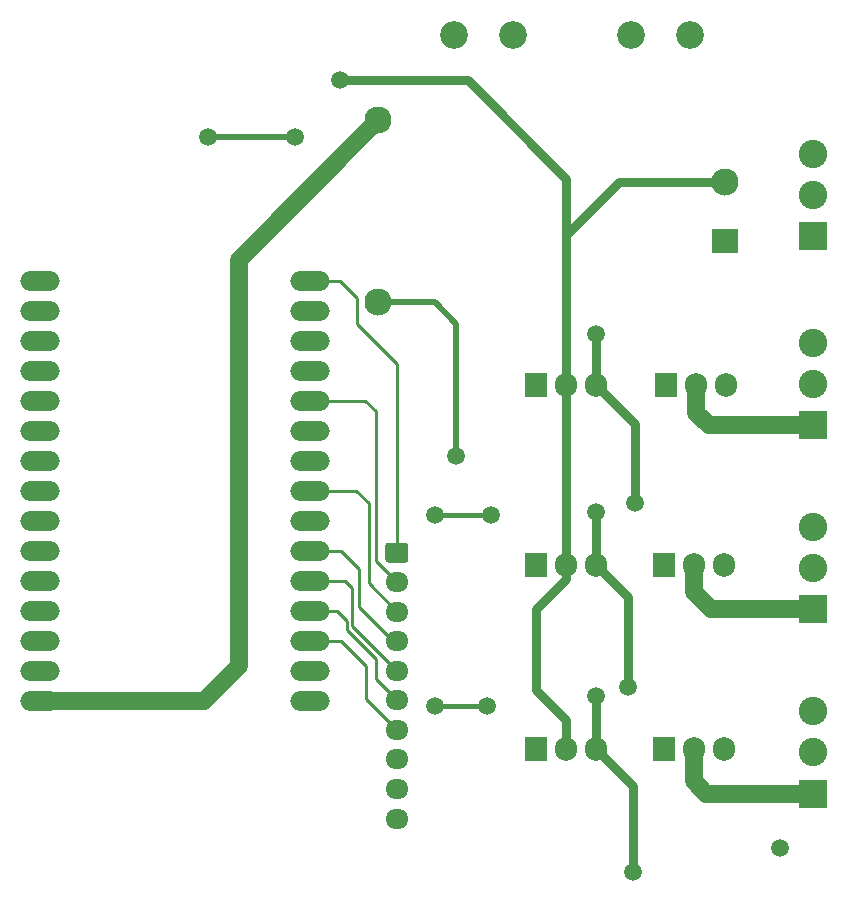
<source format=gbr>
%TF.GenerationSoftware,KiCad,Pcbnew,(5.1.6)-1*%
%TF.CreationDate,2021-01-11T17:56:58+06:00*%
%TF.ProjectId,nodemcu01,6e6f6465-6d63-4753-9031-2e6b69636164,rev?*%
%TF.SameCoordinates,Original*%
%TF.FileFunction,Copper,L2,Bot*%
%TF.FilePolarity,Positive*%
%FSLAX46Y46*%
G04 Gerber Fmt 4.6, Leading zero omitted, Abs format (unit mm)*
G04 Created by KiCad (PCBNEW (5.1.6)-1) date 2021-01-11 17:56:58*
%MOMM*%
%LPD*%
G01*
G04 APERTURE LIST*
%TA.AperFunction,ComponentPad*%
%ADD10O,1.950000X1.700000*%
%TD*%
%TA.AperFunction,ComponentPad*%
%ADD11C,2.350000*%
%TD*%
%TA.AperFunction,ComponentPad*%
%ADD12C,2.300000*%
%TD*%
%TA.AperFunction,ComponentPad*%
%ADD13R,2.300000X2.000000*%
%TD*%
%TA.AperFunction,ComponentPad*%
%ADD14O,1.905000X2.000000*%
%TD*%
%TA.AperFunction,ComponentPad*%
%ADD15R,1.905000X2.000000*%
%TD*%
%TA.AperFunction,ComponentPad*%
%ADD16C,2.413000*%
%TD*%
%TA.AperFunction,ComponentPad*%
%ADD17R,2.413000X2.413000*%
%TD*%
%TA.AperFunction,ComponentPad*%
%ADD18O,3.352800X1.676400*%
%TD*%
%TA.AperFunction,ViaPad*%
%ADD19C,1.500000*%
%TD*%
%TA.AperFunction,Conductor*%
%ADD20C,0.400000*%
%TD*%
%TA.AperFunction,Conductor*%
%ADD21C,0.500000*%
%TD*%
%TA.AperFunction,Conductor*%
%ADD22C,0.800000*%
%TD*%
%TA.AperFunction,Conductor*%
%ADD23C,1.500000*%
%TD*%
%TA.AperFunction,Conductor*%
%ADD24C,0.250000*%
%TD*%
G04 APERTURE END LIST*
D10*
%TO.P,J5,10*%
%TO.N,GND*%
X139800000Y-145500000D03*
%TO.P,J5,9*%
%TO.N,SW9*%
X139800000Y-143000000D03*
%TO.P,J5,8*%
%TO.N,SW8*%
X139800000Y-140500000D03*
%TO.P,J5,7*%
%TO.N,SW7*%
X139800000Y-138000000D03*
%TO.P,J5,6*%
%TO.N,SW6*%
X139800000Y-135500000D03*
%TO.P,J5,5*%
%TO.N,SW5*%
X139800000Y-133000000D03*
%TO.P,J5,4*%
%TO.N,SW4*%
X139800000Y-130500000D03*
%TO.P,J5,3*%
%TO.N,SW3*%
X139800000Y-128000000D03*
%TO.P,J5,2*%
%TO.N,SW2*%
X139800000Y-125500000D03*
%TO.P,J5,1*%
%TO.N,SW1*%
%TA.AperFunction,ComponentPad*%
G36*
G01*
X139075000Y-122150000D02*
X140525000Y-122150000D01*
G75*
G02*
X140775000Y-122400000I0J-250000D01*
G01*
X140775000Y-123600000D01*
G75*
G02*
X140525000Y-123850000I-250000J0D01*
G01*
X139075000Y-123850000D01*
G75*
G02*
X138825000Y-123600000I0J250000D01*
G01*
X138825000Y-122400000D01*
G75*
G02*
X139075000Y-122150000I250000J0D01*
G01*
G37*
%TD.AperFunction*%
%TD*%
D11*
%TO.P,F1,1*%
%TO.N,Net-(F1-Pad1)*%
X164600000Y-79200000D03*
X159600000Y-79200000D03*
%TO.P,F1,2*%
%TO.N,ACL*%
X144600000Y-79200000D03*
X149600000Y-79200000D03*
%TD*%
D12*
%TO.P,PS1,4*%
%TO.N,VDD*%
X138200000Y-86400000D03*
%TO.P,PS1,2*%
%TO.N,ACN*%
X167600000Y-91600000D03*
D13*
%TO.P,PS1,1*%
%TO.N,ACL*%
X167600000Y-96600000D03*
D12*
%TO.P,PS1,3*%
%TO.N,GND*%
X138200000Y-101800000D03*
%TD*%
D14*
%TO.P,Q6,3*%
%TO.N,Net-(C5-Pad2)*%
X156680000Y-139600000D03*
%TO.P,Q6,2*%
%TO.N,ACN*%
X154140000Y-139600000D03*
D15*
%TO.P,Q6,1*%
%TO.N,Net-(Q5-Pad1)*%
X151600000Y-139600000D03*
%TD*%
D14*
%TO.P,Q5,3*%
%TO.N,Net-(C5-Pad2)*%
X167480000Y-139600000D03*
%TO.P,Q5,2*%
%TO.N,CH3*%
X164940000Y-139600000D03*
D15*
%TO.P,Q5,1*%
%TO.N,Net-(Q5-Pad1)*%
X162400000Y-139600000D03*
%TD*%
D16*
%TO.P,J4,3*%
%TO.N,ACL*%
X175000000Y-136402300D03*
%TO.P,J4,2*%
%TO.N,N/C*%
X175000000Y-139902420D03*
D17*
%TO.P,J4,1*%
%TO.N,CH3*%
X175000000Y-143400000D03*
%TD*%
D14*
%TO.P,Q4,3*%
%TO.N,Net-(C3-Pad2)*%
X156680000Y-124000000D03*
%TO.P,Q4,2*%
%TO.N,ACN*%
X154140000Y-124000000D03*
D15*
%TO.P,Q4,1*%
%TO.N,Net-(Q3-Pad1)*%
X151600000Y-124000000D03*
%TD*%
D14*
%TO.P,Q3,3*%
%TO.N,Net-(C3-Pad2)*%
X167480000Y-124000000D03*
%TO.P,Q3,2*%
%TO.N,CH2*%
X164940000Y-124000000D03*
D15*
%TO.P,Q3,1*%
%TO.N,Net-(Q3-Pad1)*%
X162400000Y-124000000D03*
%TD*%
D16*
%TO.P,J3,3*%
%TO.N,ACL*%
X175000000Y-120802300D03*
%TO.P,J3,2*%
%TO.N,N/C*%
X175000000Y-124302420D03*
D17*
%TO.P,J3,1*%
%TO.N,CH2*%
X175000000Y-127800000D03*
%TD*%
D16*
%TO.P,J2,3*%
%TO.N,Net-(F1-Pad1)*%
X175000000Y-89202300D03*
%TO.P,J2,2*%
%TO.N,ACN*%
X175000000Y-92702420D03*
D17*
%TO.P,J2,1*%
%TO.N,N/C*%
X175000000Y-96200000D03*
%TD*%
D14*
%TO.P,Q2,3*%
%TO.N,Net-(C1-Pad2)*%
X156680000Y-108800000D03*
%TO.P,Q2,2*%
%TO.N,ACN*%
X154140000Y-108800000D03*
D15*
%TO.P,Q2,1*%
%TO.N,Net-(Q1-Pad1)*%
X151600000Y-108800000D03*
%TD*%
D14*
%TO.P,Q1,3*%
%TO.N,Net-(C1-Pad2)*%
X167680000Y-108800000D03*
%TO.P,Q1,2*%
%TO.N,CH1*%
X165140000Y-108800000D03*
D15*
%TO.P,Q1,1*%
%TO.N,Net-(Q1-Pad1)*%
X162600000Y-108800000D03*
%TD*%
D16*
%TO.P,J1,3*%
%TO.N,ACL*%
X175000000Y-105202300D03*
%TO.P,J1,2*%
%TO.N,N/C*%
X175000000Y-108702420D03*
D17*
%TO.P,J1,1*%
%TO.N,CH1*%
X175000000Y-112200000D03*
%TD*%
D18*
%TO.P,M1,30*%
%TO.N,SW1*%
X132440000Y-99970000D03*
%TO.P,M1,29*%
%TO.N,Net-(M1-Pad29)*%
X132440000Y-102510000D03*
%TO.P,M1,28*%
%TO.N,Net-(M1-Pad28)*%
X132440000Y-105050000D03*
%TO.P,M1,27*%
%TO.N,Net-(M1-Pad27)*%
X132440000Y-107590000D03*
%TO.P,M1,26*%
%TO.N,SW2*%
X132440000Y-110130000D03*
%TO.P,M1,25*%
%TO.N,Net-(M1-Pad25)*%
X132440000Y-112670000D03*
%TO.P,M1,24*%
%TO.N,N/C*%
X132440000Y-115210000D03*
%TO.P,M1,23*%
%TO.N,SW3*%
X132440000Y-117750000D03*
%TO.P,M1,22*%
%TO.N,ZC*%
X132440000Y-120290000D03*
%TO.P,M1,21*%
%TO.N,SW4*%
X132440000Y-122830000D03*
%TO.P,M1,20*%
%TO.N,SW5*%
X132440000Y-125370000D03*
%TO.P,M1,19*%
%TO.N,SW6*%
X132440000Y-127910000D03*
%TO.P,M1,18*%
%TO.N,SW7*%
X132440000Y-130450000D03*
%TO.P,M1,17*%
%TO.N,N/C*%
X132440000Y-132990000D03*
%TO.P,M1,16*%
X132440000Y-135530000D03*
%TO.P,M1,15*%
%TO.N,VDD*%
X109580000Y-135530000D03*
%TO.P,M1,14*%
%TO.N,N/C*%
X109580000Y-132990000D03*
%TO.P,M1,13*%
X109580000Y-130450000D03*
%TO.P,M1,12*%
X109580000Y-127910000D03*
%TO.P,M1,11*%
X109580000Y-125370000D03*
%TO.P,M1,10*%
X109580000Y-122830000D03*
%TO.P,M1,9*%
X109580000Y-120290000D03*
%TO.P,M1,8*%
X109580000Y-117750000D03*
%TO.P,M1,7*%
X109580000Y-115210000D03*
%TO.P,M1,6*%
X109580000Y-112670000D03*
%TO.P,M1,5*%
%TO.N,SW9*%
X109580000Y-110130000D03*
%TO.P,M1,4*%
%TO.N,SW8*%
X109580000Y-107590000D03*
%TO.P,M1,3*%
%TO.N,N/C*%
X109580000Y-105050000D03*
%TO.P,M1,2*%
X109580000Y-102510000D03*
%TO.P,M1,1*%
X109580000Y-99970000D03*
%TD*%
D19*
%TO.N,Net-(M1-Pad28)*%
X147800000Y-119800000D03*
X143000000Y-119800000D03*
%TO.N,Net-(M1-Pad27)*%
X147400000Y-136000000D03*
X143000000Y-136000000D03*
%TO.N,GND*%
X144800000Y-114800000D03*
%TO.N,Net-(C1-Pad2)*%
X156680000Y-104520000D03*
X160000000Y-118800000D03*
%TO.N,Net-(D3-Pad2)*%
X131200000Y-87800000D03*
X123800000Y-87800000D03*
%TO.N,Net-(C3-Pad2)*%
X156680000Y-119520000D03*
X159400000Y-134400000D03*
%TO.N,Net-(C5-Pad2)*%
X156680000Y-135120000D03*
X159800000Y-150000000D03*
%TO.N,ACN*%
X135000000Y-83000000D03*
%TO.N,ACL*%
X172200000Y-148000000D03*
%TD*%
D20*
%TO.N,Net-(M1-Pad28)*%
X147800000Y-119800000D02*
X143000000Y-119800000D01*
%TO.N,Net-(M1-Pad27)*%
X147400000Y-136000000D02*
X143000000Y-136000000D01*
D21*
%TO.N,GND*%
X144800000Y-114800000D02*
X144800000Y-103600000D01*
X143000000Y-101800000D02*
X138200000Y-101800000D01*
X144800000Y-103600000D02*
X143000000Y-101800000D01*
D22*
%TO.N,Net-(C1-Pad2)*%
X156680000Y-108800000D02*
X156680000Y-104520000D01*
X160000000Y-112120000D02*
X156680000Y-108800000D01*
X160000000Y-118800000D02*
X160000000Y-112120000D01*
D21*
%TO.N,Net-(D3-Pad2)*%
X131200000Y-87800000D02*
X123800000Y-87800000D01*
D22*
%TO.N,Net-(C3-Pad2)*%
X156680000Y-124000000D02*
X156680000Y-120120000D01*
X156680000Y-120120000D02*
X156680000Y-119520000D01*
X159400000Y-126720000D02*
X156680000Y-124000000D01*
X159400000Y-134400000D02*
X159400000Y-126720000D01*
%TO.N,Net-(C5-Pad2)*%
X156680000Y-139600000D02*
X156680000Y-135720000D01*
X156680000Y-135720000D02*
X156680000Y-135120000D01*
X159800000Y-142720000D02*
X156680000Y-139600000D01*
X159800000Y-150000000D02*
X159800000Y-142720000D01*
%TO.N,ACN*%
X154140000Y-109000000D02*
X154340000Y-108800000D01*
X154140000Y-124000000D02*
X154140000Y-109000000D01*
X154140000Y-108800000D02*
X154140000Y-96060000D01*
X158600000Y-91600000D02*
X167600000Y-91600000D01*
X154140000Y-96060000D02*
X158600000Y-91600000D01*
X154140000Y-125260000D02*
X154140000Y-124000000D01*
X151600000Y-127800000D02*
X154140000Y-125260000D01*
X151600000Y-134600000D02*
X151600000Y-127800000D01*
X154140000Y-139600000D02*
X154140000Y-137140000D01*
X154140000Y-137140000D02*
X151600000Y-134600000D01*
X154140000Y-96060000D02*
X154140000Y-91340000D01*
X154140000Y-91340000D02*
X145800000Y-83000000D01*
X145800000Y-83000000D02*
X135000000Y-83000000D01*
D23*
%TO.N,CH1*%
X175000000Y-112200000D02*
X166200000Y-112200000D01*
X165140000Y-111140000D02*
X165140000Y-108800000D01*
X166200000Y-112200000D02*
X165140000Y-111140000D01*
%TO.N,CH2*%
X175000000Y-127800000D02*
X166400000Y-127800000D01*
X164940000Y-126340000D02*
X164940000Y-124000000D01*
X166400000Y-127800000D02*
X164940000Y-126340000D01*
%TO.N,CH3*%
X175000000Y-143400000D02*
X166000000Y-143400000D01*
X164940000Y-142340000D02*
X164940000Y-139600000D01*
X166000000Y-143400000D02*
X164940000Y-142340000D01*
%TO.N,VDD*%
X109580000Y-135530000D02*
X123470000Y-135530000D01*
X123470000Y-135530000D02*
X126400000Y-132600000D01*
X126400000Y-98200000D02*
X138200000Y-86400000D01*
X126400000Y-132600000D02*
X126400000Y-98200000D01*
D24*
%TO.N,SW7*%
X132440000Y-130450000D02*
X135050000Y-130450000D01*
X135050000Y-130450000D02*
X137200000Y-132600000D01*
X137200000Y-135400000D02*
X139800000Y-138000000D01*
X137200000Y-132600000D02*
X137200000Y-135400000D01*
%TO.N,SW6*%
X132440000Y-127910000D02*
X134710000Y-127910000D01*
X135549990Y-128749990D02*
X135549990Y-129549990D01*
X134710000Y-127910000D02*
X135549990Y-128749990D01*
X135549990Y-129549990D02*
X138000000Y-132000000D01*
X138000000Y-133700000D02*
X139800000Y-135500000D01*
X138000000Y-132000000D02*
X138000000Y-133700000D01*
%TO.N,SW5*%
X136000000Y-126000000D02*
X136000000Y-129200000D01*
X132440000Y-125370000D02*
X135370000Y-125370000D01*
X136000000Y-129200000D02*
X139800000Y-133000000D01*
X135370000Y-125370000D02*
X136000000Y-126000000D01*
%TO.N,SW4*%
X132440000Y-122830000D02*
X135030000Y-122830000D01*
X135030000Y-122830000D02*
X136600000Y-124400000D01*
X136600000Y-124400000D02*
X136600000Y-127600000D01*
X139500000Y-130500000D02*
X139800000Y-130500000D01*
X136600000Y-127600000D02*
X139500000Y-130500000D01*
%TO.N,SW3*%
X137400000Y-125600000D02*
X139800000Y-128000000D01*
X137400000Y-118800000D02*
X137400000Y-125600000D01*
X132440000Y-117750000D02*
X136350000Y-117750000D01*
X136350000Y-117750000D02*
X137400000Y-118800000D01*
%TO.N,SW2*%
X132440000Y-110130000D02*
X137130000Y-110130000D01*
X137130000Y-110130000D02*
X138000000Y-111000000D01*
X138000000Y-123700000D02*
X139800000Y-125500000D01*
X138000000Y-111000000D02*
X138000000Y-123700000D01*
%TO.N,SW1*%
X132440000Y-99970000D02*
X134970000Y-99970000D01*
X134970000Y-99970000D02*
X136400000Y-101400000D01*
X136400000Y-101400000D02*
X136400000Y-103600000D01*
X136400000Y-103600000D02*
X139800000Y-107000000D01*
X139800000Y-107000000D02*
X139800000Y-123000000D01*
%TD*%
M02*

</source>
